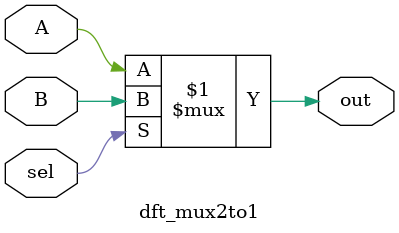
<source format=v>
module dft_mux2to1(
input  A,
input  B,
input sel,
output  out
);

assign out=sel?B:A;

endmodule

</source>
